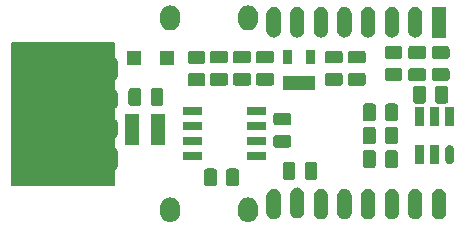
<source format=gbr>
G04 #@! TF.GenerationSoftware,KiCad,Pcbnew,5.0.2-bee76a0~70~ubuntu18.04.1*
G04 #@! TF.CreationDate,2019-11-18T19:55:50-05:00*
G04 #@! TF.ProjectId,ESP-AHT10-Extra,4553502d-4148-4543-9130-2d4578747261,1.2*
G04 #@! TF.SameCoordinates,PX7bfa480PY66c2270*
G04 #@! TF.FileFunction,Soldermask,Bot*
G04 #@! TF.FilePolarity,Negative*
%FSLAX46Y46*%
G04 Gerber Fmt 4.6, Leading zero omitted, Abs format (unit mm)*
G04 Created by KiCad (PCBNEW 5.0.2-bee76a0~70~ubuntu18.04.1) date Mon 18 Nov 2019 07:55:50 PM EST*
%MOMM*%
%LPD*%
G01*
G04 APERTURE LIST*
%ADD10C,0.150000*%
%ADD11C,0.050000*%
G04 APERTURE END LIST*
D10*
G04 #@! TO.C,J1*
G36*
X8659217Y4387626D02*
X8659217Y16387626D01*
X59217Y16387626D01*
X59217Y4387626D01*
X8659217Y4387626D01*
G37*
X8659217Y4387626D02*
X8659217Y16387626D01*
X59217Y16387626D01*
X59217Y4387626D01*
X8659217Y4387626D01*
D11*
G36*
X13616821Y3288687D02*
X13616824Y3288686D01*
X13616825Y3288686D01*
X13777239Y3240025D01*
X13777241Y3240024D01*
X13777244Y3240023D01*
X13925078Y3161005D01*
X14054659Y3054659D01*
X14161005Y2925078D01*
X14240023Y2777244D01*
X14240024Y2777241D01*
X14240025Y2777239D01*
X14288686Y2616825D01*
X14288686Y2616822D01*
X14288687Y2616820D01*
X14301000Y2491803D01*
X14301000Y2008196D01*
X14288687Y1883179D01*
X14288686Y1883176D01*
X14288686Y1883175D01*
X14265434Y1806522D01*
X14240023Y1722756D01*
X14161005Y1574922D01*
X14054659Y1445341D01*
X13925078Y1338995D01*
X13777243Y1259977D01*
X13777240Y1259976D01*
X13777238Y1259975D01*
X13616824Y1211314D01*
X13616823Y1211314D01*
X13616820Y1211313D01*
X13450000Y1194883D01*
X13283179Y1211313D01*
X13283176Y1211314D01*
X13283175Y1211314D01*
X13122761Y1259975D01*
X13122759Y1259976D01*
X13122756Y1259977D01*
X12974922Y1338995D01*
X12845341Y1445341D01*
X12738995Y1574922D01*
X12659977Y1722757D01*
X12635905Y1802113D01*
X12611314Y1883176D01*
X12611314Y1883177D01*
X12611313Y1883180D01*
X12599000Y2008197D01*
X12599000Y2491804D01*
X12611313Y2616821D01*
X12659977Y2777244D01*
X12738993Y2925074D01*
X12845344Y3054661D01*
X12974923Y3161005D01*
X13122757Y3240023D01*
X13122760Y3240024D01*
X13122762Y3240025D01*
X13283176Y3288686D01*
X13283177Y3288686D01*
X13283180Y3288687D01*
X13450000Y3305117D01*
X13616821Y3288687D01*
X13616821Y3288687D01*
G37*
G36*
X20216821Y3288687D02*
X20216824Y3288686D01*
X20216825Y3288686D01*
X20377239Y3240025D01*
X20377241Y3240024D01*
X20377244Y3240023D01*
X20525078Y3161005D01*
X20654659Y3054659D01*
X20761005Y2925078D01*
X20840023Y2777244D01*
X20840024Y2777241D01*
X20840025Y2777239D01*
X20888686Y2616825D01*
X20888686Y2616822D01*
X20888687Y2616820D01*
X20901000Y2491803D01*
X20901000Y2008196D01*
X20888687Y1883179D01*
X20888686Y1883176D01*
X20888686Y1883175D01*
X20865434Y1806522D01*
X20840023Y1722756D01*
X20761005Y1574922D01*
X20654659Y1445341D01*
X20525078Y1338995D01*
X20377243Y1259977D01*
X20377240Y1259976D01*
X20377238Y1259975D01*
X20216824Y1211314D01*
X20216823Y1211314D01*
X20216820Y1211313D01*
X20050000Y1194883D01*
X19883179Y1211313D01*
X19883176Y1211314D01*
X19883175Y1211314D01*
X19722761Y1259975D01*
X19722759Y1259976D01*
X19722756Y1259977D01*
X19574922Y1338995D01*
X19445341Y1445341D01*
X19338995Y1574922D01*
X19259977Y1722757D01*
X19235905Y1802113D01*
X19211314Y1883176D01*
X19211314Y1883177D01*
X19211313Y1883180D01*
X19199000Y2008197D01*
X19199000Y2491804D01*
X19211313Y2616821D01*
X19259977Y2777244D01*
X19338993Y2925074D01*
X19445344Y3054661D01*
X19574923Y3161005D01*
X19722757Y3240023D01*
X19722760Y3240024D01*
X19722762Y3240025D01*
X19883176Y3288686D01*
X19883177Y3288686D01*
X19883180Y3288687D01*
X20050000Y3305117D01*
X20216821Y3288687D01*
X20216821Y3288687D01*
G37*
G36*
X28327035Y4029930D02*
X28440322Y3995564D01*
X28544730Y3939757D01*
X28636244Y3864653D01*
X28711348Y3773139D01*
X28767155Y3668731D01*
X28801521Y3555444D01*
X28810217Y3467145D01*
X28810217Y2008107D01*
X28801521Y1919808D01*
X28767155Y1806521D01*
X28715883Y1710599D01*
X28711347Y1702113D01*
X28636244Y1610599D01*
X28598579Y1579689D01*
X28544729Y1535495D01*
X28440321Y1479688D01*
X28327034Y1445322D01*
X28209217Y1433719D01*
X28091399Y1445322D01*
X27978112Y1479688D01*
X27873705Y1535495D01*
X27825662Y1574923D01*
X27782190Y1610599D01*
X27748337Y1651850D01*
X27707086Y1702114D01*
X27651279Y1806522D01*
X27616913Y1919809D01*
X27608217Y2008108D01*
X27608218Y3467145D01*
X27616914Y3555444D01*
X27651280Y3668731D01*
X27707087Y3773139D01*
X27782191Y3864653D01*
X27873705Y3939757D01*
X27978113Y3995564D01*
X28091400Y4029930D01*
X28209217Y4041533D01*
X28327035Y4029930D01*
X28327035Y4029930D01*
G37*
G36*
X30327035Y4029930D02*
X30440322Y3995564D01*
X30544730Y3939757D01*
X30636244Y3864653D01*
X30711348Y3773139D01*
X30767155Y3668731D01*
X30801521Y3555444D01*
X30810217Y3467145D01*
X30810217Y2008107D01*
X30801521Y1919808D01*
X30767155Y1806521D01*
X30715883Y1710599D01*
X30711347Y1702113D01*
X30636244Y1610599D01*
X30598579Y1579689D01*
X30544729Y1535495D01*
X30440321Y1479688D01*
X30327034Y1445322D01*
X30209217Y1433719D01*
X30091399Y1445322D01*
X29978112Y1479688D01*
X29873705Y1535495D01*
X29825662Y1574923D01*
X29782190Y1610599D01*
X29748337Y1651850D01*
X29707086Y1702114D01*
X29651279Y1806522D01*
X29616913Y1919809D01*
X29608217Y2008108D01*
X29608218Y3467145D01*
X29616914Y3555444D01*
X29651280Y3668731D01*
X29707087Y3773139D01*
X29782191Y3864653D01*
X29873705Y3939757D01*
X29978113Y3995564D01*
X30091400Y4029930D01*
X30209217Y4041533D01*
X30327035Y4029930D01*
X30327035Y4029930D01*
G37*
G36*
X32327035Y4029930D02*
X32440322Y3995564D01*
X32544730Y3939757D01*
X32636244Y3864653D01*
X32711348Y3773139D01*
X32767155Y3668731D01*
X32801521Y3555444D01*
X32810217Y3467145D01*
X32810217Y2008107D01*
X32801521Y1919808D01*
X32767155Y1806521D01*
X32715883Y1710599D01*
X32711347Y1702113D01*
X32636244Y1610599D01*
X32598579Y1579689D01*
X32544729Y1535495D01*
X32440321Y1479688D01*
X32327034Y1445322D01*
X32209217Y1433719D01*
X32091399Y1445322D01*
X31978112Y1479688D01*
X31873705Y1535495D01*
X31825662Y1574923D01*
X31782190Y1610599D01*
X31748337Y1651850D01*
X31707086Y1702114D01*
X31651279Y1806522D01*
X31616913Y1919809D01*
X31608217Y2008108D01*
X31608218Y3467145D01*
X31616914Y3555444D01*
X31651280Y3668731D01*
X31707087Y3773139D01*
X31782191Y3864653D01*
X31873705Y3939757D01*
X31978113Y3995564D01*
X32091400Y4029930D01*
X32209217Y4041533D01*
X32327035Y4029930D01*
X32327035Y4029930D01*
G37*
G36*
X34327035Y4029930D02*
X34440322Y3995564D01*
X34544730Y3939757D01*
X34636244Y3864653D01*
X34711348Y3773139D01*
X34767155Y3668731D01*
X34801521Y3555444D01*
X34810217Y3467145D01*
X34810217Y2008107D01*
X34801521Y1919808D01*
X34767155Y1806521D01*
X34715883Y1710599D01*
X34711347Y1702113D01*
X34636244Y1610599D01*
X34598579Y1579689D01*
X34544729Y1535495D01*
X34440321Y1479688D01*
X34327034Y1445322D01*
X34209217Y1433719D01*
X34091399Y1445322D01*
X33978112Y1479688D01*
X33873705Y1535495D01*
X33825662Y1574923D01*
X33782190Y1610599D01*
X33748337Y1651850D01*
X33707086Y1702114D01*
X33651279Y1806522D01*
X33616913Y1919809D01*
X33608217Y2008108D01*
X33608218Y3467145D01*
X33616914Y3555444D01*
X33651280Y3668731D01*
X33707087Y3773139D01*
X33782191Y3864653D01*
X33873705Y3939757D01*
X33978113Y3995564D01*
X34091400Y4029930D01*
X34209217Y4041533D01*
X34327035Y4029930D01*
X34327035Y4029930D01*
G37*
G36*
X36327035Y4029930D02*
X36440322Y3995564D01*
X36544730Y3939757D01*
X36636244Y3864653D01*
X36711348Y3773139D01*
X36767155Y3668731D01*
X36801521Y3555444D01*
X36810217Y3467145D01*
X36810217Y2008107D01*
X36801521Y1919808D01*
X36767155Y1806521D01*
X36715883Y1710599D01*
X36711347Y1702113D01*
X36636244Y1610599D01*
X36598579Y1579689D01*
X36544729Y1535495D01*
X36440321Y1479688D01*
X36327034Y1445322D01*
X36209217Y1433719D01*
X36091399Y1445322D01*
X35978112Y1479688D01*
X35873705Y1535495D01*
X35825662Y1574923D01*
X35782190Y1610599D01*
X35748337Y1651850D01*
X35707086Y1702114D01*
X35651279Y1806522D01*
X35616913Y1919809D01*
X35608217Y2008108D01*
X35608218Y3467145D01*
X35616914Y3555444D01*
X35651280Y3668731D01*
X35707087Y3773139D01*
X35782191Y3864653D01*
X35873705Y3939757D01*
X35978113Y3995564D01*
X36091400Y4029930D01*
X36209217Y4041533D01*
X36327035Y4029930D01*
X36327035Y4029930D01*
G37*
G36*
X22327035Y4029930D02*
X22440322Y3995564D01*
X22544730Y3939757D01*
X22636244Y3864653D01*
X22711348Y3773139D01*
X22767155Y3668731D01*
X22801521Y3555444D01*
X22810217Y3467145D01*
X22810217Y2008107D01*
X22801521Y1919808D01*
X22767155Y1806521D01*
X22715883Y1710599D01*
X22711347Y1702113D01*
X22636244Y1610599D01*
X22598579Y1579689D01*
X22544729Y1535495D01*
X22440321Y1479688D01*
X22327034Y1445322D01*
X22209217Y1433719D01*
X22091399Y1445322D01*
X21978112Y1479688D01*
X21873705Y1535495D01*
X21825662Y1574923D01*
X21782190Y1610599D01*
X21748337Y1651850D01*
X21707086Y1702114D01*
X21651279Y1806522D01*
X21616913Y1919809D01*
X21608217Y2008108D01*
X21608218Y3467145D01*
X21616914Y3555444D01*
X21651280Y3668731D01*
X21707087Y3773139D01*
X21782191Y3864653D01*
X21873705Y3939757D01*
X21978113Y3995564D01*
X22091400Y4029930D01*
X22209217Y4041533D01*
X22327035Y4029930D01*
X22327035Y4029930D01*
G37*
G36*
X26327035Y4029930D02*
X26440322Y3995564D01*
X26544730Y3939757D01*
X26636244Y3864653D01*
X26711348Y3773139D01*
X26767155Y3668731D01*
X26801521Y3555444D01*
X26810217Y3467145D01*
X26810217Y2008107D01*
X26801521Y1919808D01*
X26767155Y1806521D01*
X26715883Y1710599D01*
X26711347Y1702113D01*
X26636244Y1610599D01*
X26598579Y1579689D01*
X26544729Y1535495D01*
X26440321Y1479688D01*
X26327034Y1445322D01*
X26209217Y1433719D01*
X26091399Y1445322D01*
X25978112Y1479688D01*
X25873705Y1535495D01*
X25825662Y1574923D01*
X25782190Y1610599D01*
X25748337Y1651850D01*
X25707086Y1702114D01*
X25651279Y1806522D01*
X25616913Y1919809D01*
X25608217Y2008108D01*
X25608218Y3467145D01*
X25616914Y3555444D01*
X25651280Y3668731D01*
X25707087Y3773139D01*
X25782191Y3864653D01*
X25873705Y3939757D01*
X25978113Y3995564D01*
X26091400Y4029930D01*
X26209217Y4041533D01*
X26327035Y4029930D01*
X26327035Y4029930D01*
G37*
G36*
X24327035Y4129930D02*
X24440322Y4095564D01*
X24544730Y4039757D01*
X24636244Y3964653D01*
X24711348Y3873139D01*
X24767155Y3768731D01*
X24801521Y3655444D01*
X24810217Y3567145D01*
X24810217Y2108107D01*
X24801521Y2019808D01*
X24767155Y1906521D01*
X24711348Y1802114D01*
X24711347Y1802113D01*
X24636244Y1710599D01*
X24594993Y1676746D01*
X24544729Y1635495D01*
X24440321Y1579688D01*
X24327034Y1545322D01*
X24209217Y1533719D01*
X24091399Y1545322D01*
X23978112Y1579688D01*
X23873705Y1635495D01*
X23859789Y1646915D01*
X23782190Y1710599D01*
X23748337Y1751850D01*
X23707086Y1802114D01*
X23651279Y1906522D01*
X23616913Y2019809D01*
X23608217Y2108108D01*
X23608218Y3567145D01*
X23616914Y3655444D01*
X23651280Y3768731D01*
X23707087Y3873139D01*
X23782191Y3964653D01*
X23873705Y4039757D01*
X23978113Y4095564D01*
X24091400Y4129930D01*
X24209217Y4141533D01*
X24327035Y4129930D01*
X24327035Y4129930D01*
G37*
G36*
X17234466Y5746435D02*
X17273137Y5734704D01*
X17308779Y5715652D01*
X17340017Y5690017D01*
X17365652Y5658779D01*
X17384704Y5623137D01*
X17396435Y5584466D01*
X17401000Y5538112D01*
X17401000Y4461888D01*
X17396435Y4415534D01*
X17384704Y4376863D01*
X17365652Y4341221D01*
X17340017Y4309983D01*
X17308779Y4284348D01*
X17273137Y4265296D01*
X17234466Y4253565D01*
X17188112Y4249000D01*
X16536888Y4249000D01*
X16490534Y4253565D01*
X16451863Y4265296D01*
X16416221Y4284348D01*
X16384983Y4309983D01*
X16359348Y4341221D01*
X16340296Y4376863D01*
X16328565Y4415534D01*
X16324000Y4461888D01*
X16324000Y5538112D01*
X16328565Y5584466D01*
X16340296Y5623137D01*
X16359348Y5658779D01*
X16384983Y5690017D01*
X16416221Y5715652D01*
X16451863Y5734704D01*
X16490534Y5746435D01*
X16536888Y5751000D01*
X17188112Y5751000D01*
X17234466Y5746435D01*
X17234466Y5746435D01*
G37*
G36*
X19109466Y5746435D02*
X19148137Y5734704D01*
X19183779Y5715652D01*
X19215017Y5690017D01*
X19240652Y5658779D01*
X19259704Y5623137D01*
X19271435Y5584466D01*
X19276000Y5538112D01*
X19276000Y4461888D01*
X19271435Y4415534D01*
X19259704Y4376863D01*
X19240652Y4341221D01*
X19215017Y4309983D01*
X19183779Y4284348D01*
X19148137Y4265296D01*
X19109466Y4253565D01*
X19063112Y4249000D01*
X18411888Y4249000D01*
X18365534Y4253565D01*
X18326863Y4265296D01*
X18291221Y4284348D01*
X18259983Y4309983D01*
X18234348Y4341221D01*
X18215296Y4376863D01*
X18203565Y4415534D01*
X18199000Y4461888D01*
X18199000Y5538112D01*
X18203565Y5584466D01*
X18215296Y5623137D01*
X18234348Y5658779D01*
X18259983Y5690017D01*
X18291221Y5715652D01*
X18326863Y5734704D01*
X18365534Y5746435D01*
X18411888Y5751000D01*
X19063112Y5751000D01*
X19109466Y5746435D01*
X19109466Y5746435D01*
G37*
G36*
X23884466Y6287815D02*
X23923137Y6276084D01*
X23958779Y6257032D01*
X23990017Y6231397D01*
X24015652Y6200159D01*
X24034704Y6164517D01*
X24046435Y6125846D01*
X24051000Y6079492D01*
X24051000Y5003268D01*
X24046435Y4956914D01*
X24034704Y4918243D01*
X24015652Y4882601D01*
X23990017Y4851363D01*
X23958779Y4825728D01*
X23923137Y4806676D01*
X23884466Y4794945D01*
X23838112Y4790380D01*
X23186888Y4790380D01*
X23140534Y4794945D01*
X23101863Y4806676D01*
X23066221Y4825728D01*
X23034983Y4851363D01*
X23009348Y4882601D01*
X22990296Y4918243D01*
X22978565Y4956914D01*
X22974000Y5003268D01*
X22974000Y6079492D01*
X22978565Y6125846D01*
X22990296Y6164517D01*
X23009348Y6200159D01*
X23034983Y6231397D01*
X23066221Y6257032D01*
X23101863Y6276084D01*
X23140534Y6287815D01*
X23186888Y6292380D01*
X23838112Y6292380D01*
X23884466Y6287815D01*
X23884466Y6287815D01*
G37*
G36*
X25759466Y6287815D02*
X25798137Y6276084D01*
X25833779Y6257032D01*
X25865017Y6231397D01*
X25890652Y6200159D01*
X25909704Y6164517D01*
X25921435Y6125846D01*
X25926000Y6079492D01*
X25926000Y5003268D01*
X25921435Y4956914D01*
X25909704Y4918243D01*
X25890652Y4882601D01*
X25865017Y4851363D01*
X25833779Y4825728D01*
X25798137Y4806676D01*
X25759466Y4794945D01*
X25713112Y4790380D01*
X25061888Y4790380D01*
X25015534Y4794945D01*
X24976863Y4806676D01*
X24941221Y4825728D01*
X24909983Y4851363D01*
X24884348Y4882601D01*
X24865296Y4918243D01*
X24853565Y4956914D01*
X24849000Y5003268D01*
X24849000Y6079492D01*
X24853565Y6125846D01*
X24865296Y6164517D01*
X24884348Y6200159D01*
X24909983Y6231397D01*
X24941221Y6257032D01*
X24976863Y6276084D01*
X25015534Y6287815D01*
X25061888Y6292380D01*
X25713112Y6292380D01*
X25759466Y6287815D01*
X25759466Y6287815D01*
G37*
G36*
X8657545Y7569617D02*
X8739603Y7544725D01*
X8815222Y7504305D01*
X8881502Y7449911D01*
X8935896Y7383631D01*
X8976316Y7308012D01*
X9001208Y7225954D01*
X9010217Y7134486D01*
X9010217Y6020766D01*
X9001208Y5929298D01*
X8976316Y5847240D01*
X8935896Y5771621D01*
X8881502Y5705341D01*
X8815222Y5650947D01*
X8739603Y5610527D01*
X8657545Y5585635D01*
X8566077Y5576626D01*
X1352357Y5576626D01*
X1260889Y5585635D01*
X1178831Y5610527D01*
X1103212Y5650947D01*
X1036932Y5705341D01*
X982538Y5771621D01*
X942118Y5847240D01*
X917226Y5929298D01*
X908217Y6020766D01*
X908217Y7134486D01*
X917226Y7225954D01*
X942118Y7308012D01*
X982538Y7383631D01*
X1036932Y7449911D01*
X1103212Y7504305D01*
X1178831Y7544725D01*
X1260889Y7569617D01*
X1352357Y7578626D01*
X8566077Y7578626D01*
X8657545Y7569617D01*
X8657545Y7569617D01*
G37*
G36*
X30684466Y7287815D02*
X30723137Y7276084D01*
X30758779Y7257032D01*
X30790017Y7231397D01*
X30815652Y7200159D01*
X30834704Y7164517D01*
X30846435Y7125846D01*
X30851000Y7079492D01*
X30851000Y6003268D01*
X30846435Y5956914D01*
X30834704Y5918243D01*
X30815652Y5882601D01*
X30790017Y5851363D01*
X30758779Y5825728D01*
X30723137Y5806676D01*
X30684466Y5794945D01*
X30638112Y5790380D01*
X29986888Y5790380D01*
X29940534Y5794945D01*
X29901863Y5806676D01*
X29866221Y5825728D01*
X29834983Y5851363D01*
X29809348Y5882601D01*
X29790296Y5918243D01*
X29778565Y5956914D01*
X29774000Y6003268D01*
X29774000Y7079492D01*
X29778565Y7125846D01*
X29790296Y7164517D01*
X29809348Y7200159D01*
X29834983Y7231397D01*
X29866221Y7257032D01*
X29901863Y7276084D01*
X29940534Y7287815D01*
X29986888Y7292380D01*
X30638112Y7292380D01*
X30684466Y7287815D01*
X30684466Y7287815D01*
G37*
G36*
X32559466Y7287815D02*
X32598137Y7276084D01*
X32633779Y7257032D01*
X32665017Y7231397D01*
X32690652Y7200159D01*
X32709704Y7164517D01*
X32721435Y7125846D01*
X32726000Y7079492D01*
X32726000Y6003268D01*
X32721435Y5956914D01*
X32709704Y5918243D01*
X32690652Y5882601D01*
X32665017Y5851363D01*
X32633779Y5825728D01*
X32598137Y5806676D01*
X32559466Y5794945D01*
X32513112Y5790380D01*
X31861888Y5790380D01*
X31815534Y5794945D01*
X31776863Y5806676D01*
X31741221Y5825728D01*
X31709983Y5851363D01*
X31684348Y5882601D01*
X31665296Y5918243D01*
X31653565Y5956914D01*
X31649000Y6003268D01*
X31649000Y7079492D01*
X31653565Y7125846D01*
X31665296Y7164517D01*
X31684348Y7200159D01*
X31709983Y7231397D01*
X31741221Y7257032D01*
X31776863Y7276084D01*
X31815534Y7287815D01*
X31861888Y7292380D01*
X32513112Y7292380D01*
X32559466Y7287815D01*
X32559466Y7287815D01*
G37*
G36*
X37199412Y7736940D02*
X37270283Y7715441D01*
X37335611Y7680523D01*
X37392862Y7633539D01*
X37439849Y7576284D01*
X37474763Y7510965D01*
X37496263Y7440090D01*
X37501703Y7384852D01*
X37501703Y6497908D01*
X37496263Y6442670D01*
X37474763Y6371795D01*
X37439849Y6306476D01*
X37392862Y6249221D01*
X37335607Y6202234D01*
X37270288Y6167320D01*
X37199413Y6145820D01*
X37125703Y6138561D01*
X37051994Y6145820D01*
X36981119Y6167320D01*
X36915800Y6202234D01*
X36858545Y6249221D01*
X36811558Y6306476D01*
X36776644Y6371795D01*
X36755144Y6442670D01*
X36749704Y6497908D01*
X36749703Y7384851D01*
X36755143Y7440089D01*
X36776642Y7510960D01*
X36811560Y7576288D01*
X36858544Y7633539D01*
X36915799Y7680526D01*
X36981118Y7715440D01*
X37051993Y7736940D01*
X37125703Y7744199D01*
X37199412Y7736940D01*
X37199412Y7736940D01*
G37*
G36*
X36231703Y6140380D02*
X35479703Y6140380D01*
X35479703Y7742380D01*
X36231703Y7742380D01*
X36231703Y6140380D01*
X36231703Y6140380D01*
G37*
G36*
X34961703Y6140380D02*
X34209703Y6140380D01*
X34209703Y7742380D01*
X34961703Y7742380D01*
X34961703Y6140380D01*
X34961703Y6140380D01*
G37*
G36*
X21585217Y6481626D02*
X19933217Y6481626D01*
X19933217Y7183626D01*
X21585217Y7183626D01*
X21585217Y6481626D01*
X21585217Y6481626D01*
G37*
G36*
X16185217Y6481626D02*
X14533217Y6481626D01*
X14533217Y7183626D01*
X16185217Y7183626D01*
X16185217Y6481626D01*
X16185217Y6481626D01*
G37*
G36*
X23534466Y8596435D02*
X23573137Y8584704D01*
X23608779Y8565652D01*
X23640017Y8540017D01*
X23665652Y8508779D01*
X23684704Y8473137D01*
X23696435Y8434466D01*
X23701000Y8388112D01*
X23701000Y7736888D01*
X23696435Y7690534D01*
X23684704Y7651863D01*
X23665652Y7616221D01*
X23640017Y7584983D01*
X23608779Y7559348D01*
X23573137Y7540296D01*
X23534466Y7528565D01*
X23488112Y7524000D01*
X22411888Y7524000D01*
X22365534Y7528565D01*
X22326863Y7540296D01*
X22291221Y7559348D01*
X22259983Y7584983D01*
X22234348Y7616221D01*
X22215296Y7651863D01*
X22203565Y7690534D01*
X22199000Y7736888D01*
X22199000Y8388112D01*
X22203565Y8434466D01*
X22215296Y8473137D01*
X22234348Y8508779D01*
X22259983Y8540017D01*
X22291221Y8565652D01*
X22326863Y8584704D01*
X22365534Y8596435D01*
X22411888Y8601000D01*
X23488112Y8601000D01*
X23534466Y8596435D01*
X23534466Y8596435D01*
G37*
G36*
X10831000Y7699000D02*
X9669000Y7699000D01*
X9669000Y10351000D01*
X10831000Y10351000D01*
X10831000Y7699000D01*
X10831000Y7699000D01*
G37*
G36*
X13031000Y7699000D02*
X11869000Y7699000D01*
X11869000Y10351000D01*
X13031000Y10351000D01*
X13031000Y7699000D01*
X13031000Y7699000D01*
G37*
G36*
X21585217Y7751626D02*
X19933217Y7751626D01*
X19933217Y8453626D01*
X21585217Y8453626D01*
X21585217Y7751626D01*
X21585217Y7751626D01*
G37*
G36*
X16185217Y7751626D02*
X14533217Y7751626D01*
X14533217Y8453626D01*
X16185217Y8453626D01*
X16185217Y7751626D01*
X16185217Y7751626D01*
G37*
G36*
X30684466Y9287815D02*
X30723137Y9276084D01*
X30758779Y9257032D01*
X30790017Y9231397D01*
X30815652Y9200159D01*
X30834704Y9164517D01*
X30846435Y9125846D01*
X30851000Y9079492D01*
X30851000Y8003268D01*
X30846435Y7956914D01*
X30834704Y7918243D01*
X30815652Y7882601D01*
X30790017Y7851363D01*
X30758779Y7825728D01*
X30723137Y7806676D01*
X30684466Y7794945D01*
X30638112Y7790380D01*
X29986888Y7790380D01*
X29940534Y7794945D01*
X29901863Y7806676D01*
X29866221Y7825728D01*
X29834983Y7851363D01*
X29809348Y7882601D01*
X29790296Y7918243D01*
X29778565Y7956914D01*
X29774000Y8003268D01*
X29774000Y9079492D01*
X29778565Y9125846D01*
X29790296Y9164517D01*
X29809348Y9200159D01*
X29834983Y9231397D01*
X29866221Y9257032D01*
X29901863Y9276084D01*
X29940534Y9287815D01*
X29986888Y9292380D01*
X30638112Y9292380D01*
X30684466Y9287815D01*
X30684466Y9287815D01*
G37*
G36*
X32559466Y9287815D02*
X32598137Y9276084D01*
X32633779Y9257032D01*
X32665017Y9231397D01*
X32690652Y9200159D01*
X32709704Y9164517D01*
X32721435Y9125846D01*
X32726000Y9079492D01*
X32726000Y8003268D01*
X32721435Y7956914D01*
X32709704Y7918243D01*
X32690652Y7882601D01*
X32665017Y7851363D01*
X32633779Y7825728D01*
X32598137Y7806676D01*
X32559466Y7794945D01*
X32513112Y7790380D01*
X31861888Y7790380D01*
X31815534Y7794945D01*
X31776863Y7806676D01*
X31741221Y7825728D01*
X31709983Y7851363D01*
X31684348Y7882601D01*
X31665296Y7918243D01*
X31653565Y7956914D01*
X31649000Y8003268D01*
X31649000Y9079492D01*
X31653565Y9125846D01*
X31665296Y9164517D01*
X31684348Y9200159D01*
X31709983Y9231397D01*
X31741221Y9257032D01*
X31776863Y9276084D01*
X31815534Y9287815D01*
X31861888Y9292380D01*
X32513112Y9292380D01*
X32559466Y9287815D01*
X32559466Y9287815D01*
G37*
G36*
X8738039Y9931539D02*
X8801331Y9912339D01*
X8859665Y9881159D01*
X8910791Y9839200D01*
X8952750Y9788074D01*
X8983930Y9729740D01*
X9003130Y9666448D01*
X9010217Y9594487D01*
X9010217Y8680765D01*
X9003130Y8608804D01*
X8983930Y8545512D01*
X8952750Y8487178D01*
X8910791Y8436052D01*
X8859665Y8394093D01*
X8801331Y8362913D01*
X8738039Y8343713D01*
X8666078Y8336626D01*
X1752356Y8336626D01*
X1680395Y8343713D01*
X1617103Y8362913D01*
X1558769Y8394093D01*
X1507643Y8436052D01*
X1465684Y8487178D01*
X1434504Y8545512D01*
X1415304Y8608804D01*
X1408217Y8680765D01*
X1408217Y9594487D01*
X1415304Y9666448D01*
X1434504Y9729740D01*
X1465684Y9788074D01*
X1507643Y9839200D01*
X1558769Y9881159D01*
X1617103Y9912339D01*
X1680395Y9931539D01*
X1752356Y9938626D01*
X8666078Y9938626D01*
X8738039Y9931539D01*
X8738039Y9931539D01*
G37*
G36*
X21585217Y9021626D02*
X19933217Y9021626D01*
X19933217Y9723626D01*
X21585217Y9723626D01*
X21585217Y9021626D01*
X21585217Y9021626D01*
G37*
G36*
X16185217Y9021626D02*
X14533217Y9021626D01*
X14533217Y9723626D01*
X16185217Y9723626D01*
X16185217Y9021626D01*
X16185217Y9021626D01*
G37*
G36*
X34961703Y9340380D02*
X34209703Y9340380D01*
X34209703Y10942380D01*
X34961703Y10942380D01*
X34961703Y9340380D01*
X34961703Y9340380D01*
G37*
G36*
X37501703Y9340380D02*
X36749703Y9340380D01*
X36749703Y10942380D01*
X37501703Y10942380D01*
X37501703Y9340380D01*
X37501703Y9340380D01*
G37*
G36*
X36231703Y9340380D02*
X35479703Y9340380D01*
X35479703Y10942380D01*
X36231703Y10942380D01*
X36231703Y9340380D01*
X36231703Y9340380D01*
G37*
G36*
X23534466Y10471435D02*
X23573137Y10459704D01*
X23608779Y10440652D01*
X23640017Y10415017D01*
X23665652Y10383779D01*
X23684704Y10348137D01*
X23696435Y10309466D01*
X23701000Y10263112D01*
X23701000Y9611888D01*
X23696435Y9565534D01*
X23684704Y9526863D01*
X23665652Y9491221D01*
X23640017Y9459983D01*
X23608779Y9434348D01*
X23573137Y9415296D01*
X23534466Y9403565D01*
X23488112Y9399000D01*
X22411888Y9399000D01*
X22365534Y9403565D01*
X22326863Y9415296D01*
X22291221Y9434348D01*
X22259983Y9459983D01*
X22234348Y9491221D01*
X22215296Y9526863D01*
X22203565Y9565534D01*
X22199000Y9611888D01*
X22199000Y10263112D01*
X22203565Y10309466D01*
X22215296Y10348137D01*
X22234348Y10383779D01*
X22259983Y10415017D01*
X22291221Y10440652D01*
X22326863Y10459704D01*
X22365534Y10471435D01*
X22411888Y10476000D01*
X23488112Y10476000D01*
X23534466Y10471435D01*
X23534466Y10471435D01*
G37*
G36*
X30684466Y11246435D02*
X30723137Y11234704D01*
X30758779Y11215652D01*
X30790017Y11190017D01*
X30815652Y11158779D01*
X30834704Y11123137D01*
X30846435Y11084466D01*
X30851000Y11038112D01*
X30851000Y9961888D01*
X30846435Y9915534D01*
X30834704Y9876863D01*
X30815652Y9841221D01*
X30790017Y9809983D01*
X30758779Y9784348D01*
X30723137Y9765296D01*
X30684466Y9753565D01*
X30638112Y9749000D01*
X29986888Y9749000D01*
X29940534Y9753565D01*
X29901863Y9765296D01*
X29866221Y9784348D01*
X29834983Y9809983D01*
X29809348Y9841221D01*
X29790296Y9876863D01*
X29778565Y9915534D01*
X29774000Y9961888D01*
X29774000Y11038112D01*
X29778565Y11084466D01*
X29790296Y11123137D01*
X29809348Y11158779D01*
X29834983Y11190017D01*
X29866221Y11215652D01*
X29901863Y11234704D01*
X29940534Y11246435D01*
X29986888Y11251000D01*
X30638112Y11251000D01*
X30684466Y11246435D01*
X30684466Y11246435D01*
G37*
G36*
X32559466Y11246435D02*
X32598137Y11234704D01*
X32633779Y11215652D01*
X32665017Y11190017D01*
X32690652Y11158779D01*
X32709704Y11123137D01*
X32721435Y11084466D01*
X32726000Y11038112D01*
X32726000Y9961888D01*
X32721435Y9915534D01*
X32709704Y9876863D01*
X32690652Y9841221D01*
X32665017Y9809983D01*
X32633779Y9784348D01*
X32598137Y9765296D01*
X32559466Y9753565D01*
X32513112Y9749000D01*
X31861888Y9749000D01*
X31815534Y9753565D01*
X31776863Y9765296D01*
X31741221Y9784348D01*
X31709983Y9809983D01*
X31684348Y9841221D01*
X31665296Y9876863D01*
X31653565Y9915534D01*
X31649000Y9961888D01*
X31649000Y11038112D01*
X31653565Y11084466D01*
X31665296Y11123137D01*
X31684348Y11158779D01*
X31709983Y11190017D01*
X31741221Y11215652D01*
X31776863Y11234704D01*
X31815534Y11246435D01*
X31861888Y11251000D01*
X32513112Y11251000D01*
X32559466Y11246435D01*
X32559466Y11246435D01*
G37*
G36*
X21585217Y10291626D02*
X19933217Y10291626D01*
X19933217Y10993626D01*
X21585217Y10993626D01*
X21585217Y10291626D01*
X21585217Y10291626D01*
G37*
G36*
X16185217Y10291626D02*
X14533217Y10291626D01*
X14533217Y10993626D01*
X16185217Y10993626D01*
X16185217Y10291626D01*
X16185217Y10291626D01*
G37*
G36*
X8738039Y12431539D02*
X8801331Y12412339D01*
X8859665Y12381159D01*
X8910791Y12339200D01*
X8952750Y12288074D01*
X8983930Y12229740D01*
X9003130Y12166448D01*
X9010217Y12094487D01*
X9010217Y11180765D01*
X9003130Y11108804D01*
X8983930Y11045512D01*
X8952750Y10987178D01*
X8910791Y10936052D01*
X8859665Y10894093D01*
X8801331Y10862913D01*
X8738039Y10843713D01*
X8666078Y10836626D01*
X1752356Y10836626D01*
X1680395Y10843713D01*
X1617103Y10862913D01*
X1558769Y10894093D01*
X1507643Y10936052D01*
X1465684Y10987178D01*
X1434504Y11045512D01*
X1415304Y11108804D01*
X1408217Y11180765D01*
X1408217Y12094487D01*
X1415304Y12166448D01*
X1434504Y12229740D01*
X1465684Y12288074D01*
X1507643Y12339200D01*
X1558769Y12381159D01*
X1617103Y12412339D01*
X1680395Y12431539D01*
X1752356Y12438626D01*
X8666078Y12438626D01*
X8738039Y12431539D01*
X8738039Y12431539D01*
G37*
G36*
X12709466Y12546435D02*
X12748137Y12534704D01*
X12783779Y12515652D01*
X12815017Y12490017D01*
X12840652Y12458779D01*
X12859704Y12423137D01*
X12871435Y12384466D01*
X12876000Y12338112D01*
X12876000Y11261888D01*
X12871435Y11215534D01*
X12859704Y11176863D01*
X12840652Y11141221D01*
X12815017Y11109983D01*
X12783779Y11084348D01*
X12748137Y11065296D01*
X12709466Y11053565D01*
X12663112Y11049000D01*
X12011888Y11049000D01*
X11965534Y11053565D01*
X11926863Y11065296D01*
X11891221Y11084348D01*
X11859983Y11109983D01*
X11834348Y11141221D01*
X11815296Y11176863D01*
X11803565Y11215534D01*
X11799000Y11261888D01*
X11799000Y12338112D01*
X11803565Y12384466D01*
X11815296Y12423137D01*
X11834348Y12458779D01*
X11859983Y12490017D01*
X11891221Y12515652D01*
X11926863Y12534704D01*
X11965534Y12546435D01*
X12011888Y12551000D01*
X12663112Y12551000D01*
X12709466Y12546435D01*
X12709466Y12546435D01*
G37*
G36*
X10834466Y12546435D02*
X10873137Y12534704D01*
X10908779Y12515652D01*
X10940017Y12490017D01*
X10965652Y12458779D01*
X10984704Y12423137D01*
X10996435Y12384466D01*
X11001000Y12338112D01*
X11001000Y11261888D01*
X10996435Y11215534D01*
X10984704Y11176863D01*
X10965652Y11141221D01*
X10940017Y11109983D01*
X10908779Y11084348D01*
X10873137Y11065296D01*
X10834466Y11053565D01*
X10788112Y11049000D01*
X10136888Y11049000D01*
X10090534Y11053565D01*
X10051863Y11065296D01*
X10016221Y11084348D01*
X9984983Y11109983D01*
X9959348Y11141221D01*
X9940296Y11176863D01*
X9928565Y11215534D01*
X9924000Y11261888D01*
X9924000Y12338112D01*
X9928565Y12384466D01*
X9940296Y12423137D01*
X9959348Y12458779D01*
X9984983Y12490017D01*
X10016221Y12515652D01*
X10051863Y12534704D01*
X10090534Y12546435D01*
X10136888Y12551000D01*
X10788112Y12551000D01*
X10834466Y12546435D01*
X10834466Y12546435D01*
G37*
G36*
X34934466Y12746435D02*
X34973137Y12734704D01*
X35008779Y12715652D01*
X35040017Y12690017D01*
X35065652Y12658779D01*
X35084704Y12623137D01*
X35096435Y12584466D01*
X35101000Y12538112D01*
X35101000Y11461888D01*
X35096435Y11415534D01*
X35084704Y11376863D01*
X35065652Y11341221D01*
X35040017Y11309983D01*
X35008779Y11284348D01*
X34973137Y11265296D01*
X34934466Y11253565D01*
X34888112Y11249000D01*
X34236888Y11249000D01*
X34190534Y11253565D01*
X34151863Y11265296D01*
X34116221Y11284348D01*
X34084983Y11309983D01*
X34059348Y11341221D01*
X34040296Y11376863D01*
X34028565Y11415534D01*
X34024000Y11461888D01*
X34024000Y12538112D01*
X34028565Y12584466D01*
X34040296Y12623137D01*
X34059348Y12658779D01*
X34084983Y12690017D01*
X34116221Y12715652D01*
X34151863Y12734704D01*
X34190534Y12746435D01*
X34236888Y12751000D01*
X34888112Y12751000D01*
X34934466Y12746435D01*
X34934466Y12746435D01*
G37*
G36*
X36809466Y12746435D02*
X36848137Y12734704D01*
X36883779Y12715652D01*
X36915017Y12690017D01*
X36940652Y12658779D01*
X36959704Y12623137D01*
X36971435Y12584466D01*
X36976000Y12538112D01*
X36976000Y11461888D01*
X36971435Y11415534D01*
X36959704Y11376863D01*
X36940652Y11341221D01*
X36915017Y11309983D01*
X36883779Y11284348D01*
X36848137Y11265296D01*
X36809466Y11253565D01*
X36763112Y11249000D01*
X36111888Y11249000D01*
X36065534Y11253565D01*
X36026863Y11265296D01*
X35991221Y11284348D01*
X35959983Y11309983D01*
X35934348Y11341221D01*
X35915296Y11376863D01*
X35903565Y11415534D01*
X35899000Y11461888D01*
X35899000Y12538112D01*
X35903565Y12584466D01*
X35915296Y12623137D01*
X35934348Y12658779D01*
X35959983Y12690017D01*
X35991221Y12715652D01*
X36026863Y12734704D01*
X36065534Y12746435D01*
X36111888Y12751000D01*
X36763112Y12751000D01*
X36809466Y12746435D01*
X36809466Y12746435D01*
G37*
G36*
X25681703Y12410380D02*
X23029703Y12410380D01*
X23029703Y13572380D01*
X25681703Y13572380D01*
X25681703Y12410380D01*
X25681703Y12410380D01*
G37*
G36*
X16259466Y13808935D02*
X16298137Y13797204D01*
X16333779Y13778152D01*
X16365017Y13752517D01*
X16390652Y13721279D01*
X16409704Y13685637D01*
X16421435Y13646966D01*
X16426000Y13600612D01*
X16426000Y12949388D01*
X16421435Y12903034D01*
X16409704Y12864363D01*
X16390652Y12828721D01*
X16365017Y12797483D01*
X16333779Y12771848D01*
X16298137Y12752796D01*
X16259466Y12741065D01*
X16213112Y12736500D01*
X15136888Y12736500D01*
X15090534Y12741065D01*
X15051863Y12752796D01*
X15016221Y12771848D01*
X14984983Y12797483D01*
X14959348Y12828721D01*
X14940296Y12864363D01*
X14928565Y12903034D01*
X14924000Y12949388D01*
X14924000Y13600612D01*
X14928565Y13646966D01*
X14940296Y13685637D01*
X14959348Y13721279D01*
X14984983Y13752517D01*
X15016221Y13778152D01*
X15051863Y13797204D01*
X15090534Y13808935D01*
X15136888Y13813500D01*
X16213112Y13813500D01*
X16259466Y13808935D01*
X16259466Y13808935D01*
G37*
G36*
X20109466Y13837815D02*
X20148137Y13826084D01*
X20183779Y13807032D01*
X20215017Y13781397D01*
X20240652Y13750159D01*
X20259704Y13714517D01*
X20271435Y13675846D01*
X20276000Y13629492D01*
X20276000Y12978268D01*
X20271435Y12931914D01*
X20259704Y12893243D01*
X20240652Y12857601D01*
X20215017Y12826363D01*
X20183779Y12800728D01*
X20148137Y12781676D01*
X20109466Y12769945D01*
X20063112Y12765380D01*
X18986888Y12765380D01*
X18940534Y12769945D01*
X18901863Y12781676D01*
X18866221Y12800728D01*
X18834983Y12826363D01*
X18809348Y12857601D01*
X18790296Y12893243D01*
X18778565Y12931914D01*
X18774000Y12978268D01*
X18774000Y13629492D01*
X18778565Y13675846D01*
X18790296Y13714517D01*
X18809348Y13750159D01*
X18834983Y13781397D01*
X18866221Y13807032D01*
X18901863Y13826084D01*
X18940534Y13837815D01*
X18986888Y13842380D01*
X20063112Y13842380D01*
X20109466Y13837815D01*
X20109466Y13837815D01*
G37*
G36*
X18159466Y13837815D02*
X18198137Y13826084D01*
X18233779Y13807032D01*
X18265017Y13781397D01*
X18290652Y13750159D01*
X18309704Y13714517D01*
X18321435Y13675846D01*
X18326000Y13629492D01*
X18326000Y12978268D01*
X18321435Y12931914D01*
X18309704Y12893243D01*
X18290652Y12857601D01*
X18265017Y12826363D01*
X18233779Y12800728D01*
X18198137Y12781676D01*
X18159466Y12769945D01*
X18113112Y12765380D01*
X17036888Y12765380D01*
X16990534Y12769945D01*
X16951863Y12781676D01*
X16916221Y12800728D01*
X16884983Y12826363D01*
X16859348Y12857601D01*
X16840296Y12893243D01*
X16828565Y12931914D01*
X16824000Y12978268D01*
X16824000Y13629492D01*
X16828565Y13675846D01*
X16840296Y13714517D01*
X16859348Y13750159D01*
X16884983Y13781397D01*
X16916221Y13807032D01*
X16951863Y13826084D01*
X16990534Y13837815D01*
X17036888Y13842380D01*
X18113112Y13842380D01*
X18159466Y13837815D01*
X18159466Y13837815D01*
G37*
G36*
X29834466Y13837815D02*
X29873137Y13826084D01*
X29908779Y13807032D01*
X29940017Y13781397D01*
X29965652Y13750159D01*
X29984704Y13714517D01*
X29996435Y13675846D01*
X30001000Y13629492D01*
X30001000Y12978268D01*
X29996435Y12931914D01*
X29984704Y12893243D01*
X29965652Y12857601D01*
X29940017Y12826363D01*
X29908779Y12800728D01*
X29873137Y12781676D01*
X29834466Y12769945D01*
X29788112Y12765380D01*
X28711888Y12765380D01*
X28665534Y12769945D01*
X28626863Y12781676D01*
X28591221Y12800728D01*
X28559983Y12826363D01*
X28534348Y12857601D01*
X28515296Y12893243D01*
X28503565Y12931914D01*
X28499000Y12978268D01*
X28499000Y13629492D01*
X28503565Y13675846D01*
X28515296Y13714517D01*
X28534348Y13750159D01*
X28559983Y13781397D01*
X28591221Y13807032D01*
X28626863Y13826084D01*
X28665534Y13837815D01*
X28711888Y13842380D01*
X29788112Y13842380D01*
X29834466Y13837815D01*
X29834466Y13837815D01*
G37*
G36*
X22059466Y13837815D02*
X22098137Y13826084D01*
X22133779Y13807032D01*
X22165017Y13781397D01*
X22190652Y13750159D01*
X22209704Y13714517D01*
X22221435Y13675846D01*
X22226000Y13629492D01*
X22226000Y12978268D01*
X22221435Y12931914D01*
X22209704Y12893243D01*
X22190652Y12857601D01*
X22165017Y12826363D01*
X22133779Y12800728D01*
X22098137Y12781676D01*
X22059466Y12769945D01*
X22013112Y12765380D01*
X20936888Y12765380D01*
X20890534Y12769945D01*
X20851863Y12781676D01*
X20816221Y12800728D01*
X20784983Y12826363D01*
X20759348Y12857601D01*
X20740296Y12893243D01*
X20728565Y12931914D01*
X20724000Y12978268D01*
X20724000Y13629492D01*
X20728565Y13675846D01*
X20740296Y13714517D01*
X20759348Y13750159D01*
X20784983Y13781397D01*
X20816221Y13807032D01*
X20851863Y13826084D01*
X20890534Y13837815D01*
X20936888Y13842380D01*
X22013112Y13842380D01*
X22059466Y13837815D01*
X22059466Y13837815D01*
G37*
G36*
X27884466Y13837815D02*
X27923137Y13826084D01*
X27958779Y13807032D01*
X27990017Y13781397D01*
X28015652Y13750159D01*
X28034704Y13714517D01*
X28046435Y13675846D01*
X28051000Y13629492D01*
X28051000Y12978268D01*
X28046435Y12931914D01*
X28034704Y12893243D01*
X28015652Y12857601D01*
X27990017Y12826363D01*
X27958779Y12800728D01*
X27923137Y12781676D01*
X27884466Y12769945D01*
X27838112Y12765380D01*
X26761888Y12765380D01*
X26715534Y12769945D01*
X26676863Y12781676D01*
X26641221Y12800728D01*
X26609983Y12826363D01*
X26584348Y12857601D01*
X26565296Y12893243D01*
X26553565Y12931914D01*
X26549000Y12978268D01*
X26549000Y13629492D01*
X26553565Y13675846D01*
X26565296Y13714517D01*
X26584348Y13750159D01*
X26609983Y13781397D01*
X26641221Y13807032D01*
X26676863Y13826084D01*
X26715534Y13837815D01*
X26761888Y13842380D01*
X27838112Y13842380D01*
X27884466Y13837815D01*
X27884466Y13837815D01*
G37*
G36*
X36940169Y14237815D02*
X36978840Y14226084D01*
X37014482Y14207032D01*
X37045720Y14181397D01*
X37071355Y14150159D01*
X37090407Y14114517D01*
X37102138Y14075846D01*
X37106703Y14029492D01*
X37106703Y13378268D01*
X37102138Y13331914D01*
X37090407Y13293243D01*
X37071355Y13257601D01*
X37045720Y13226363D01*
X37014482Y13200728D01*
X36978840Y13181676D01*
X36940169Y13169945D01*
X36893815Y13165380D01*
X35817591Y13165380D01*
X35771237Y13169945D01*
X35732566Y13181676D01*
X35696924Y13200728D01*
X35665686Y13226363D01*
X35640051Y13257601D01*
X35620999Y13293243D01*
X35609268Y13331914D01*
X35604703Y13378268D01*
X35604703Y14029492D01*
X35609268Y14075846D01*
X35620999Y14114517D01*
X35640051Y14150159D01*
X35665686Y14181397D01*
X35696924Y14207032D01*
X35732566Y14226084D01*
X35771237Y14237815D01*
X35817591Y14242380D01*
X36893815Y14242380D01*
X36940169Y14237815D01*
X36940169Y14237815D01*
G37*
G36*
X32940169Y14237815D02*
X32978840Y14226084D01*
X33014482Y14207032D01*
X33045720Y14181397D01*
X33071355Y14150159D01*
X33090407Y14114517D01*
X33102138Y14075846D01*
X33106703Y14029492D01*
X33106703Y13378268D01*
X33102138Y13331914D01*
X33090407Y13293243D01*
X33071355Y13257601D01*
X33045720Y13226363D01*
X33014482Y13200728D01*
X32978840Y13181676D01*
X32940169Y13169945D01*
X32893815Y13165380D01*
X31817591Y13165380D01*
X31771237Y13169945D01*
X31732566Y13181676D01*
X31696924Y13200728D01*
X31665686Y13226363D01*
X31640051Y13257601D01*
X31620999Y13293243D01*
X31609268Y13331914D01*
X31604703Y13378268D01*
X31604703Y14029492D01*
X31609268Y14075846D01*
X31620999Y14114517D01*
X31640051Y14150159D01*
X31665686Y14181397D01*
X31696924Y14207032D01*
X31732566Y14226084D01*
X31771237Y14237815D01*
X31817591Y14242380D01*
X32893815Y14242380D01*
X32940169Y14237815D01*
X32940169Y14237815D01*
G37*
G36*
X34940169Y14237815D02*
X34978840Y14226084D01*
X35014482Y14207032D01*
X35045720Y14181397D01*
X35071355Y14150159D01*
X35090407Y14114517D01*
X35102138Y14075846D01*
X35106703Y14029492D01*
X35106703Y13378268D01*
X35102138Y13331914D01*
X35090407Y13293243D01*
X35071355Y13257601D01*
X35045720Y13226363D01*
X35014482Y13200728D01*
X34978840Y13181676D01*
X34940169Y13169945D01*
X34893815Y13165380D01*
X33817591Y13165380D01*
X33771237Y13169945D01*
X33732566Y13181676D01*
X33696924Y13200728D01*
X33665686Y13226363D01*
X33640051Y13257601D01*
X33620999Y13293243D01*
X33609268Y13331914D01*
X33604703Y13378268D01*
X33604703Y14029492D01*
X33609268Y14075846D01*
X33620999Y14114517D01*
X33640051Y14150159D01*
X33665686Y14181397D01*
X33696924Y14207032D01*
X33732566Y14226084D01*
X33771237Y14237815D01*
X33817591Y14242380D01*
X34893815Y14242380D01*
X34940169Y14237815D01*
X34940169Y14237815D01*
G37*
G36*
X8657545Y15189617D02*
X8739603Y15164725D01*
X8815222Y15124305D01*
X8881502Y15069911D01*
X8935896Y15003631D01*
X8976316Y14928012D01*
X9001208Y14845954D01*
X9010217Y14754486D01*
X9010217Y13640766D01*
X9001208Y13549298D01*
X8976316Y13467240D01*
X8935896Y13391621D01*
X8881502Y13325341D01*
X8815222Y13270947D01*
X8739603Y13230527D01*
X8657545Y13205635D01*
X8566077Y13196626D01*
X1352357Y13196626D01*
X1260889Y13205635D01*
X1178831Y13230527D01*
X1103212Y13270947D01*
X1036932Y13325341D01*
X982538Y13391621D01*
X942118Y13467240D01*
X917226Y13549298D01*
X908217Y13640766D01*
X908217Y14754486D01*
X917226Y14845954D01*
X942118Y14928012D01*
X982538Y15003631D01*
X1036932Y15069911D01*
X1103212Y15124305D01*
X1178831Y15164725D01*
X1260889Y15189617D01*
X1352357Y15198626D01*
X8566077Y15198626D01*
X8657545Y15189617D01*
X8657545Y15189617D01*
G37*
G36*
X13801000Y14474000D02*
X12599000Y14474000D01*
X12599000Y15676000D01*
X13801000Y15676000D01*
X13801000Y14474000D01*
X13801000Y14474000D01*
G37*
G36*
X11001000Y14474000D02*
X9799000Y14474000D01*
X9799000Y15676000D01*
X11001000Y15676000D01*
X11001000Y14474000D01*
X11001000Y14474000D01*
G37*
G36*
X23781703Y14610380D02*
X23029703Y14610380D01*
X23029703Y15772380D01*
X23781703Y15772380D01*
X23781703Y14610380D01*
X23781703Y14610380D01*
G37*
G36*
X25681703Y14610380D02*
X24929703Y14610380D01*
X24929703Y15772380D01*
X25681703Y15772380D01*
X25681703Y14610380D01*
X25681703Y14610380D01*
G37*
G36*
X16259466Y15683935D02*
X16298137Y15672204D01*
X16333779Y15653152D01*
X16365017Y15627517D01*
X16390652Y15596279D01*
X16409704Y15560637D01*
X16421435Y15521966D01*
X16426000Y15475612D01*
X16426000Y14824388D01*
X16421435Y14778034D01*
X16409704Y14739363D01*
X16390652Y14703721D01*
X16365017Y14672483D01*
X16333779Y14646848D01*
X16298137Y14627796D01*
X16259466Y14616065D01*
X16213112Y14611500D01*
X15136888Y14611500D01*
X15090534Y14616065D01*
X15051863Y14627796D01*
X15016221Y14646848D01*
X14984983Y14672483D01*
X14959348Y14703721D01*
X14940296Y14739363D01*
X14928565Y14778034D01*
X14924000Y14824388D01*
X14924000Y15475612D01*
X14928565Y15521966D01*
X14940296Y15560637D01*
X14959348Y15596279D01*
X14984983Y15627517D01*
X15016221Y15653152D01*
X15051863Y15672204D01*
X15090534Y15683935D01*
X15136888Y15688500D01*
X16213112Y15688500D01*
X16259466Y15683935D01*
X16259466Y15683935D01*
G37*
G36*
X29834466Y15712815D02*
X29873137Y15701084D01*
X29908779Y15682032D01*
X29940017Y15656397D01*
X29965652Y15625159D01*
X29984704Y15589517D01*
X29996435Y15550846D01*
X30001000Y15504492D01*
X30001000Y14853268D01*
X29996435Y14806914D01*
X29984704Y14768243D01*
X29965652Y14732601D01*
X29940017Y14701363D01*
X29908779Y14675728D01*
X29873137Y14656676D01*
X29834466Y14644945D01*
X29788112Y14640380D01*
X28711888Y14640380D01*
X28665534Y14644945D01*
X28626863Y14656676D01*
X28591221Y14675728D01*
X28559983Y14701363D01*
X28534348Y14732601D01*
X28515296Y14768243D01*
X28503565Y14806914D01*
X28499000Y14853268D01*
X28499000Y15504492D01*
X28503565Y15550846D01*
X28515296Y15589517D01*
X28534348Y15625159D01*
X28559983Y15656397D01*
X28591221Y15682032D01*
X28626863Y15701084D01*
X28665534Y15712815D01*
X28711888Y15717380D01*
X29788112Y15717380D01*
X29834466Y15712815D01*
X29834466Y15712815D01*
G37*
G36*
X27884466Y15712815D02*
X27923137Y15701084D01*
X27958779Y15682032D01*
X27990017Y15656397D01*
X28015652Y15625159D01*
X28034704Y15589517D01*
X28046435Y15550846D01*
X28051000Y15504492D01*
X28051000Y14853268D01*
X28046435Y14806914D01*
X28034704Y14768243D01*
X28015652Y14732601D01*
X27990017Y14701363D01*
X27958779Y14675728D01*
X27923137Y14656676D01*
X27884466Y14644945D01*
X27838112Y14640380D01*
X26761888Y14640380D01*
X26715534Y14644945D01*
X26676863Y14656676D01*
X26641221Y14675728D01*
X26609983Y14701363D01*
X26584348Y14732601D01*
X26565296Y14768243D01*
X26553565Y14806914D01*
X26549000Y14853268D01*
X26549000Y15504492D01*
X26553565Y15550846D01*
X26565296Y15589517D01*
X26584348Y15625159D01*
X26609983Y15656397D01*
X26641221Y15682032D01*
X26676863Y15701084D01*
X26715534Y15712815D01*
X26761888Y15717380D01*
X27838112Y15717380D01*
X27884466Y15712815D01*
X27884466Y15712815D01*
G37*
G36*
X20109466Y15712815D02*
X20148137Y15701084D01*
X20183779Y15682032D01*
X20215017Y15656397D01*
X20240652Y15625159D01*
X20259704Y15589517D01*
X20271435Y15550846D01*
X20276000Y15504492D01*
X20276000Y14853268D01*
X20271435Y14806914D01*
X20259704Y14768243D01*
X20240652Y14732601D01*
X20215017Y14701363D01*
X20183779Y14675728D01*
X20148137Y14656676D01*
X20109466Y14644945D01*
X20063112Y14640380D01*
X18986888Y14640380D01*
X18940534Y14644945D01*
X18901863Y14656676D01*
X18866221Y14675728D01*
X18834983Y14701363D01*
X18809348Y14732601D01*
X18790296Y14768243D01*
X18778565Y14806914D01*
X18774000Y14853268D01*
X18774000Y15504492D01*
X18778565Y15550846D01*
X18790296Y15589517D01*
X18809348Y15625159D01*
X18834983Y15656397D01*
X18866221Y15682032D01*
X18901863Y15701084D01*
X18940534Y15712815D01*
X18986888Y15717380D01*
X20063112Y15717380D01*
X20109466Y15712815D01*
X20109466Y15712815D01*
G37*
G36*
X18159466Y15712815D02*
X18198137Y15701084D01*
X18233779Y15682032D01*
X18265017Y15656397D01*
X18290652Y15625159D01*
X18309704Y15589517D01*
X18321435Y15550846D01*
X18326000Y15504492D01*
X18326000Y14853268D01*
X18321435Y14806914D01*
X18309704Y14768243D01*
X18290652Y14732601D01*
X18265017Y14701363D01*
X18233779Y14675728D01*
X18198137Y14656676D01*
X18159466Y14644945D01*
X18113112Y14640380D01*
X17036888Y14640380D01*
X16990534Y14644945D01*
X16951863Y14656676D01*
X16916221Y14675728D01*
X16884983Y14701363D01*
X16859348Y14732601D01*
X16840296Y14768243D01*
X16828565Y14806914D01*
X16824000Y14853268D01*
X16824000Y15504492D01*
X16828565Y15550846D01*
X16840296Y15589517D01*
X16859348Y15625159D01*
X16884983Y15656397D01*
X16916221Y15682032D01*
X16951863Y15701084D01*
X16990534Y15712815D01*
X17036888Y15717380D01*
X18113112Y15717380D01*
X18159466Y15712815D01*
X18159466Y15712815D01*
G37*
G36*
X22059466Y15712815D02*
X22098137Y15701084D01*
X22133779Y15682032D01*
X22165017Y15656397D01*
X22190652Y15625159D01*
X22209704Y15589517D01*
X22221435Y15550846D01*
X22226000Y15504492D01*
X22226000Y14853268D01*
X22221435Y14806914D01*
X22209704Y14768243D01*
X22190652Y14732601D01*
X22165017Y14701363D01*
X22133779Y14675728D01*
X22098137Y14656676D01*
X22059466Y14644945D01*
X22013112Y14640380D01*
X20936888Y14640380D01*
X20890534Y14644945D01*
X20851863Y14656676D01*
X20816221Y14675728D01*
X20784983Y14701363D01*
X20759348Y14732601D01*
X20740296Y14768243D01*
X20728565Y14806914D01*
X20724000Y14853268D01*
X20724000Y15504492D01*
X20728565Y15550846D01*
X20740296Y15589517D01*
X20759348Y15625159D01*
X20784983Y15656397D01*
X20816221Y15682032D01*
X20851863Y15701084D01*
X20890534Y15712815D01*
X20936888Y15717380D01*
X22013112Y15717380D01*
X22059466Y15712815D01*
X22059466Y15712815D01*
G37*
G36*
X34940169Y16112815D02*
X34978840Y16101084D01*
X35014482Y16082032D01*
X35045720Y16056397D01*
X35071355Y16025159D01*
X35090407Y15989517D01*
X35102138Y15950846D01*
X35106703Y15904492D01*
X35106703Y15253268D01*
X35102138Y15206914D01*
X35090407Y15168243D01*
X35071355Y15132601D01*
X35045720Y15101363D01*
X35014482Y15075728D01*
X34978840Y15056676D01*
X34940169Y15044945D01*
X34893815Y15040380D01*
X33817591Y15040380D01*
X33771237Y15044945D01*
X33732566Y15056676D01*
X33696924Y15075728D01*
X33665686Y15101363D01*
X33640051Y15132601D01*
X33620999Y15168243D01*
X33609268Y15206914D01*
X33604703Y15253268D01*
X33604703Y15904492D01*
X33609268Y15950846D01*
X33620999Y15989517D01*
X33640051Y16025159D01*
X33665686Y16056397D01*
X33696924Y16082032D01*
X33732566Y16101084D01*
X33771237Y16112815D01*
X33817591Y16117380D01*
X34893815Y16117380D01*
X34940169Y16112815D01*
X34940169Y16112815D01*
G37*
G36*
X32940169Y16112815D02*
X32978840Y16101084D01*
X33014482Y16082032D01*
X33045720Y16056397D01*
X33071355Y16025159D01*
X33090407Y15989517D01*
X33102138Y15950846D01*
X33106703Y15904492D01*
X33106703Y15253268D01*
X33102138Y15206914D01*
X33090407Y15168243D01*
X33071355Y15132601D01*
X33045720Y15101363D01*
X33014482Y15075728D01*
X32978840Y15056676D01*
X32940169Y15044945D01*
X32893815Y15040380D01*
X31817591Y15040380D01*
X31771237Y15044945D01*
X31732566Y15056676D01*
X31696924Y15075728D01*
X31665686Y15101363D01*
X31640051Y15132601D01*
X31620999Y15168243D01*
X31609268Y15206914D01*
X31604703Y15253268D01*
X31604703Y15904492D01*
X31609268Y15950846D01*
X31620999Y15989517D01*
X31640051Y16025159D01*
X31665686Y16056397D01*
X31696924Y16082032D01*
X31732566Y16101084D01*
X31771237Y16112815D01*
X31817591Y16117380D01*
X32893815Y16117380D01*
X32940169Y16112815D01*
X32940169Y16112815D01*
G37*
G36*
X36940169Y16112815D02*
X36978840Y16101084D01*
X37014482Y16082032D01*
X37045720Y16056397D01*
X37071355Y16025159D01*
X37090407Y15989517D01*
X37102138Y15950846D01*
X37106703Y15904492D01*
X37106703Y15253268D01*
X37102138Y15206914D01*
X37090407Y15168243D01*
X37071355Y15132601D01*
X37045720Y15101363D01*
X37014482Y15075728D01*
X36978840Y15056676D01*
X36940169Y15044945D01*
X36893815Y15040380D01*
X35817591Y15040380D01*
X35771237Y15044945D01*
X35732566Y15056676D01*
X35696924Y15075728D01*
X35665686Y15101363D01*
X35640051Y15132601D01*
X35620999Y15168243D01*
X35609268Y15206914D01*
X35604703Y15253268D01*
X35604703Y15904492D01*
X35609268Y15950846D01*
X35620999Y15989517D01*
X35640051Y16025159D01*
X35665686Y16056397D01*
X35696924Y16082032D01*
X35732566Y16101084D01*
X35771237Y16112815D01*
X35817591Y16117380D01*
X36893815Y16117380D01*
X36940169Y16112815D01*
X36940169Y16112815D01*
G37*
G36*
X22327035Y19429930D02*
X22440322Y19395564D01*
X22544730Y19339757D01*
X22636244Y19264653D01*
X22711348Y19173139D01*
X22767155Y19068731D01*
X22801521Y18955444D01*
X22810217Y18867145D01*
X22810217Y17408107D01*
X22801521Y17319808D01*
X22767155Y17206521D01*
X22711348Y17102114D01*
X22711347Y17102113D01*
X22636244Y17010599D01*
X22594993Y16976746D01*
X22544729Y16935495D01*
X22440321Y16879688D01*
X22327034Y16845322D01*
X22209217Y16833719D01*
X22091399Y16845322D01*
X21978112Y16879688D01*
X21873705Y16935495D01*
X21859789Y16946915D01*
X21782190Y17010599D01*
X21748337Y17051850D01*
X21707086Y17102114D01*
X21651279Y17206522D01*
X21616913Y17319809D01*
X21608217Y17408108D01*
X21608218Y18867145D01*
X21616914Y18955444D01*
X21651280Y19068731D01*
X21707087Y19173139D01*
X21782191Y19264653D01*
X21873705Y19339757D01*
X21978113Y19395564D01*
X22091400Y19429930D01*
X22209217Y19441533D01*
X22327035Y19429930D01*
X22327035Y19429930D01*
G37*
G36*
X34327035Y19429930D02*
X34440322Y19395564D01*
X34544730Y19339757D01*
X34636244Y19264653D01*
X34711348Y19173139D01*
X34767155Y19068731D01*
X34801521Y18955444D01*
X34810217Y18867145D01*
X34810217Y17408107D01*
X34801521Y17319808D01*
X34767155Y17206521D01*
X34711348Y17102114D01*
X34711347Y17102113D01*
X34636244Y17010599D01*
X34594993Y16976746D01*
X34544729Y16935495D01*
X34440321Y16879688D01*
X34327034Y16845322D01*
X34209217Y16833719D01*
X34091399Y16845322D01*
X33978112Y16879688D01*
X33873705Y16935495D01*
X33859789Y16946915D01*
X33782190Y17010599D01*
X33748337Y17051850D01*
X33707086Y17102114D01*
X33651279Y17206522D01*
X33616913Y17319809D01*
X33608217Y17408108D01*
X33608218Y18867145D01*
X33616914Y18955444D01*
X33651280Y19068731D01*
X33707087Y19173139D01*
X33782191Y19264653D01*
X33873705Y19339757D01*
X33978113Y19395564D01*
X34091400Y19429930D01*
X34209217Y19441533D01*
X34327035Y19429930D01*
X34327035Y19429930D01*
G37*
G36*
X32327035Y19429930D02*
X32440322Y19395564D01*
X32544730Y19339757D01*
X32636244Y19264653D01*
X32711348Y19173139D01*
X32767155Y19068731D01*
X32801521Y18955444D01*
X32810217Y18867145D01*
X32810217Y17408107D01*
X32801521Y17319808D01*
X32767155Y17206521D01*
X32711348Y17102114D01*
X32711347Y17102113D01*
X32636244Y17010599D01*
X32594993Y16976746D01*
X32544729Y16935495D01*
X32440321Y16879688D01*
X32327034Y16845322D01*
X32209217Y16833719D01*
X32091399Y16845322D01*
X31978112Y16879688D01*
X31873705Y16935495D01*
X31859789Y16946915D01*
X31782190Y17010599D01*
X31748337Y17051850D01*
X31707086Y17102114D01*
X31651279Y17206522D01*
X31616913Y17319809D01*
X31608217Y17408108D01*
X31608218Y18867145D01*
X31616914Y18955444D01*
X31651280Y19068731D01*
X31707087Y19173139D01*
X31782191Y19264653D01*
X31873705Y19339757D01*
X31978113Y19395564D01*
X32091400Y19429930D01*
X32209217Y19441533D01*
X32327035Y19429930D01*
X32327035Y19429930D01*
G37*
G36*
X30327035Y19429930D02*
X30440322Y19395564D01*
X30544730Y19339757D01*
X30636244Y19264653D01*
X30711348Y19173139D01*
X30767155Y19068731D01*
X30801521Y18955444D01*
X30810217Y18867145D01*
X30810217Y17408107D01*
X30801521Y17319808D01*
X30767155Y17206521D01*
X30711348Y17102114D01*
X30711347Y17102113D01*
X30636244Y17010599D01*
X30594993Y16976746D01*
X30544729Y16935495D01*
X30440321Y16879688D01*
X30327034Y16845322D01*
X30209217Y16833719D01*
X30091399Y16845322D01*
X29978112Y16879688D01*
X29873705Y16935495D01*
X29859789Y16946915D01*
X29782190Y17010599D01*
X29748337Y17051850D01*
X29707086Y17102114D01*
X29651279Y17206522D01*
X29616913Y17319809D01*
X29608217Y17408108D01*
X29608218Y18867145D01*
X29616914Y18955444D01*
X29651280Y19068731D01*
X29707087Y19173139D01*
X29782191Y19264653D01*
X29873705Y19339757D01*
X29978113Y19395564D01*
X30091400Y19429930D01*
X30209217Y19441533D01*
X30327035Y19429930D01*
X30327035Y19429930D01*
G37*
G36*
X26327035Y19429930D02*
X26440322Y19395564D01*
X26544730Y19339757D01*
X26636244Y19264653D01*
X26711348Y19173139D01*
X26767155Y19068731D01*
X26801521Y18955444D01*
X26810217Y18867145D01*
X26810217Y17408107D01*
X26801521Y17319808D01*
X26767155Y17206521D01*
X26711348Y17102114D01*
X26711347Y17102113D01*
X26636244Y17010599D01*
X26594993Y16976746D01*
X26544729Y16935495D01*
X26440321Y16879688D01*
X26327034Y16845322D01*
X26209217Y16833719D01*
X26091399Y16845322D01*
X25978112Y16879688D01*
X25873705Y16935495D01*
X25859789Y16946915D01*
X25782190Y17010599D01*
X25748337Y17051850D01*
X25707086Y17102114D01*
X25651279Y17206522D01*
X25616913Y17319809D01*
X25608217Y17408108D01*
X25608218Y18867145D01*
X25616914Y18955444D01*
X25651280Y19068731D01*
X25707087Y19173139D01*
X25782191Y19264653D01*
X25873705Y19339757D01*
X25978113Y19395564D01*
X26091400Y19429930D01*
X26209217Y19441533D01*
X26327035Y19429930D01*
X26327035Y19429930D01*
G37*
G36*
X28327035Y19429930D02*
X28440322Y19395564D01*
X28544730Y19339757D01*
X28636244Y19264653D01*
X28711348Y19173139D01*
X28767155Y19068731D01*
X28801521Y18955444D01*
X28810217Y18867145D01*
X28810217Y17408107D01*
X28801521Y17319808D01*
X28767155Y17206521D01*
X28711348Y17102114D01*
X28711347Y17102113D01*
X28636244Y17010599D01*
X28594993Y16976746D01*
X28544729Y16935495D01*
X28440321Y16879688D01*
X28327034Y16845322D01*
X28209217Y16833719D01*
X28091399Y16845322D01*
X27978112Y16879688D01*
X27873705Y16935495D01*
X27859789Y16946915D01*
X27782190Y17010599D01*
X27748337Y17051850D01*
X27707086Y17102114D01*
X27651279Y17206522D01*
X27616913Y17319809D01*
X27608217Y17408108D01*
X27608218Y18867145D01*
X27616914Y18955444D01*
X27651280Y19068731D01*
X27707087Y19173139D01*
X27782191Y19264653D01*
X27873705Y19339757D01*
X27978113Y19395564D01*
X28091400Y19429930D01*
X28209217Y19441533D01*
X28327035Y19429930D01*
X28327035Y19429930D01*
G37*
G36*
X24327035Y19429930D02*
X24440322Y19395564D01*
X24544730Y19339757D01*
X24636244Y19264653D01*
X24711348Y19173139D01*
X24767155Y19068731D01*
X24801521Y18955444D01*
X24810217Y18867145D01*
X24810217Y17408107D01*
X24801521Y17319808D01*
X24767155Y17206521D01*
X24711348Y17102114D01*
X24711347Y17102113D01*
X24636244Y17010599D01*
X24594993Y16976746D01*
X24544729Y16935495D01*
X24440321Y16879688D01*
X24327034Y16845322D01*
X24209217Y16833719D01*
X24091399Y16845322D01*
X23978112Y16879688D01*
X23873705Y16935495D01*
X23859789Y16946915D01*
X23782190Y17010599D01*
X23748337Y17051850D01*
X23707086Y17102114D01*
X23651279Y17206522D01*
X23616913Y17319809D01*
X23608217Y17408108D01*
X23608218Y18867145D01*
X23616914Y18955444D01*
X23651280Y19068731D01*
X23707087Y19173139D01*
X23782191Y19264653D01*
X23873705Y19339757D01*
X23978113Y19395564D01*
X24091400Y19429930D01*
X24209217Y19441533D01*
X24327035Y19429930D01*
X24327035Y19429930D01*
G37*
G36*
X36810217Y16836626D02*
X35608217Y16836626D01*
X35608217Y19438626D01*
X36810217Y19438626D01*
X36810217Y16836626D01*
X36810217Y16836626D01*
G37*
G36*
X20216820Y19538687D02*
X20216823Y19538686D01*
X20216824Y19538686D01*
X20377238Y19490025D01*
X20377240Y19490024D01*
X20377243Y19490023D01*
X20525078Y19411005D01*
X20654659Y19304659D01*
X20761005Y19175078D01*
X20840023Y19027244D01*
X20840023Y19027243D01*
X20840025Y19027239D01*
X20861804Y18955442D01*
X20888687Y18866821D01*
X20901000Y18741804D01*
X20901000Y18258197D01*
X20888687Y18133180D01*
X20888686Y18133178D01*
X20888686Y18133175D01*
X20840025Y17972761D01*
X20840023Y17972756D01*
X20761005Y17824922D01*
X20654659Y17695341D01*
X20525078Y17588995D01*
X20377244Y17509977D01*
X20377241Y17509976D01*
X20377239Y17509975D01*
X20216825Y17461314D01*
X20216824Y17461314D01*
X20216821Y17461313D01*
X20050000Y17444883D01*
X19883180Y17461313D01*
X19883177Y17461314D01*
X19883176Y17461314D01*
X19722762Y17509975D01*
X19722760Y17509976D01*
X19722757Y17509977D01*
X19574923Y17588995D01*
X19445344Y17695339D01*
X19338993Y17824926D01*
X19259977Y17972756D01*
X19211313Y18133179D01*
X19199000Y18258196D01*
X19199000Y18741803D01*
X19211313Y18866820D01*
X19211314Y18866824D01*
X19259975Y19027238D01*
X19259976Y19027240D01*
X19259977Y19027243D01*
X19338995Y19175078D01*
X19445341Y19304659D01*
X19574922Y19411005D01*
X19722756Y19490023D01*
X19722759Y19490024D01*
X19722761Y19490025D01*
X19883175Y19538686D01*
X19883176Y19538686D01*
X19883179Y19538687D01*
X20050000Y19555117D01*
X20216820Y19538687D01*
X20216820Y19538687D01*
G37*
G36*
X13616820Y19538687D02*
X13616823Y19538686D01*
X13616824Y19538686D01*
X13777238Y19490025D01*
X13777240Y19490024D01*
X13777243Y19490023D01*
X13925078Y19411005D01*
X14054659Y19304659D01*
X14161005Y19175078D01*
X14240023Y19027244D01*
X14240023Y19027243D01*
X14240025Y19027239D01*
X14261804Y18955442D01*
X14288687Y18866821D01*
X14301000Y18741804D01*
X14301000Y18258197D01*
X14288687Y18133180D01*
X14288686Y18133178D01*
X14288686Y18133175D01*
X14240025Y17972761D01*
X14240023Y17972756D01*
X14161005Y17824922D01*
X14054659Y17695341D01*
X13925078Y17588995D01*
X13777244Y17509977D01*
X13777241Y17509976D01*
X13777239Y17509975D01*
X13616825Y17461314D01*
X13616824Y17461314D01*
X13616821Y17461313D01*
X13450000Y17444883D01*
X13283180Y17461313D01*
X13283177Y17461314D01*
X13283176Y17461314D01*
X13122762Y17509975D01*
X13122760Y17509976D01*
X13122757Y17509977D01*
X12974923Y17588995D01*
X12845344Y17695339D01*
X12738993Y17824926D01*
X12659977Y17972756D01*
X12611313Y18133179D01*
X12599000Y18258196D01*
X12599000Y18741803D01*
X12611313Y18866820D01*
X12611314Y18866824D01*
X12659975Y19027238D01*
X12659976Y19027240D01*
X12659977Y19027243D01*
X12738995Y19175078D01*
X12845341Y19304659D01*
X12974922Y19411005D01*
X13122756Y19490023D01*
X13122759Y19490024D01*
X13122761Y19490025D01*
X13283175Y19538686D01*
X13283176Y19538686D01*
X13283179Y19538687D01*
X13450000Y19555117D01*
X13616820Y19538687D01*
X13616820Y19538687D01*
G37*
M02*

</source>
